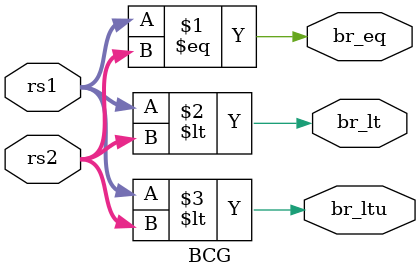
<source format=sv>
`timescale 1ns / 1ps


module BCG(
    input logic [31:0] rs1, //connected to ott. top rs1
    input logic [31:0] rs2, //connected to ott. top rs2
    output logic  br_eq,    //connected to ott. top br_eq     
    output logic br_lt,     //connected to ott. top br_lt
    output logic  br_ltu    //connected to ott. top br_ltu
    );
    assign br_eq = (rs1 == rs2);                         // check if inputs are equal and store it in br_eq
    assign br_lt = ($signed(rs1) < $signed(rs2));        // check if input1 is less than input 2 and store it in br_lt (both unputs are signed)
    assign br_ltu = (rs1 < rs2);                         // check if input1 is less than input 2 and store it in br_ltu
endmodule

</source>
